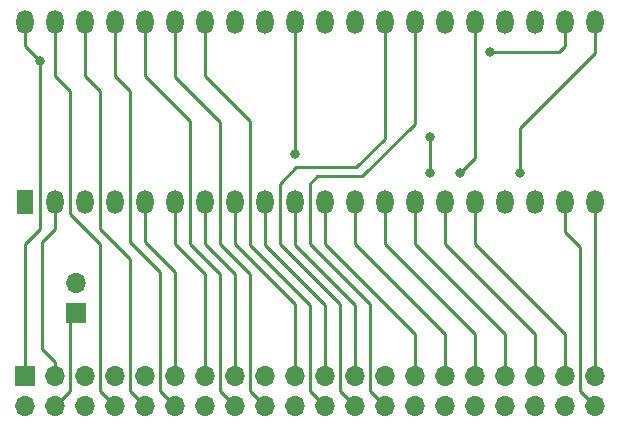
<source format=gbr>
G04 #@! TF.GenerationSoftware,KiCad,Pcbnew,(7.0.0)*
G04 #@! TF.CreationDate,2023-02-17T13:21:23-07:00*
G04 #@! TF.ProjectId,Single Chip,53696e67-6c65-4204-9368-69702e6b6963,rev?*
G04 #@! TF.SameCoordinates,Original*
G04 #@! TF.FileFunction,Copper,L1,Top*
G04 #@! TF.FilePolarity,Positive*
%FSLAX46Y46*%
G04 Gerber Fmt 4.6, Leading zero omitted, Abs format (unit mm)*
G04 Created by KiCad (PCBNEW (7.0.0)) date 2023-02-17 13:21:23*
%MOMM*%
%LPD*%
G01*
G04 APERTURE LIST*
G04 #@! TA.AperFunction,ComponentPad*
%ADD10R,1.440000X2.000000*%
G04 #@! TD*
G04 #@! TA.AperFunction,ComponentPad*
%ADD11O,1.440000X2.000000*%
G04 #@! TD*
G04 #@! TA.AperFunction,ComponentPad*
%ADD12R,1.700000X1.700000*%
G04 #@! TD*
G04 #@! TA.AperFunction,ComponentPad*
%ADD13O,1.700000X1.700000*%
G04 #@! TD*
G04 #@! TA.AperFunction,ViaPad*
%ADD14C,0.800000*%
G04 #@! TD*
G04 #@! TA.AperFunction,Conductor*
%ADD15C,0.250000*%
G04 #@! TD*
G04 APERTURE END LIST*
D10*
X124459999Y-80263999D03*
D11*
X126999999Y-80263999D03*
X129539999Y-80263999D03*
X132079999Y-80263999D03*
X134619999Y-80263999D03*
X137159999Y-80263999D03*
X139699999Y-80263999D03*
X142239999Y-80263999D03*
X144779999Y-80263999D03*
X147319999Y-80263999D03*
X149859999Y-80263999D03*
X152399999Y-80263999D03*
X154939999Y-80263999D03*
X157479999Y-80263999D03*
X160019999Y-80263999D03*
X162559999Y-80263999D03*
X165099999Y-80263999D03*
X167639999Y-80263999D03*
X170179999Y-80263999D03*
X172719999Y-80263999D03*
X172719999Y-65023999D03*
X170179999Y-65023999D03*
X167639999Y-65023999D03*
X165099999Y-65023999D03*
X162559999Y-65023999D03*
X160019999Y-65023999D03*
X157479999Y-65023999D03*
X154939999Y-65023999D03*
X152399999Y-65023999D03*
X149859999Y-65023999D03*
X147319999Y-65023999D03*
X144779999Y-65023999D03*
X142239999Y-65023999D03*
X139699999Y-65023999D03*
X137159999Y-65023999D03*
X134619999Y-65023999D03*
X132079999Y-65023999D03*
X129539999Y-65023999D03*
X126999999Y-65023999D03*
X124459999Y-65023999D03*
D12*
X128777999Y-89661999D03*
D13*
X128777999Y-87121999D03*
D12*
X124459999Y-94995999D03*
D13*
X124459999Y-97535999D03*
X126999999Y-94995999D03*
X126999999Y-97535999D03*
X129539999Y-94995999D03*
X129539999Y-97535999D03*
X132079999Y-94995999D03*
X132079999Y-97535999D03*
X134619999Y-94995999D03*
X134619999Y-97535999D03*
X137159999Y-94995999D03*
X137159999Y-97535999D03*
X139699999Y-94995999D03*
X139699999Y-97535999D03*
X142239999Y-94995999D03*
X142239999Y-97535999D03*
X144779999Y-94995999D03*
X144779999Y-97535999D03*
X147319999Y-94995999D03*
X147319999Y-97535999D03*
X149859999Y-94995999D03*
X149859999Y-97535999D03*
X152399999Y-94995999D03*
X152399999Y-97535999D03*
X154939999Y-94995999D03*
X154939999Y-97535999D03*
X157479999Y-94995999D03*
X157479999Y-97535999D03*
X160019999Y-94995999D03*
X160019999Y-97535999D03*
X162559999Y-94995999D03*
X162559999Y-97535999D03*
X165099999Y-94995999D03*
X165099999Y-97535999D03*
X167639999Y-94995999D03*
X167639999Y-97535999D03*
X170179999Y-94995999D03*
X170179999Y-97535999D03*
X172719999Y-94995999D03*
X172719999Y-97535999D03*
D14*
X147320000Y-76200000D03*
X166370000Y-77851000D03*
X161290000Y-77851000D03*
X125730000Y-68326000D03*
X163830000Y-67564000D03*
X158750000Y-77851000D03*
X158750000Y-74803000D03*
D15*
X128270000Y-96266000D02*
X127000000Y-97536000D01*
X128270000Y-90170000D02*
X128270000Y-96266000D01*
X128778000Y-89662000D02*
X128270000Y-90170000D01*
X147320000Y-76073000D02*
X147320000Y-65024000D01*
X172720000Y-80264000D02*
X172720000Y-94996000D01*
X130810000Y-70866000D02*
X129540000Y-69596000D01*
X134620000Y-97536000D02*
X133350000Y-96266000D01*
X133350000Y-85090000D02*
X130810000Y-82550000D01*
X129540000Y-69596000D02*
X129540000Y-65024000D01*
X133350000Y-96266000D02*
X133350000Y-85090000D01*
X130810000Y-82550000D02*
X130810000Y-70866000D01*
X135890000Y-86233000D02*
X135890000Y-96266000D01*
X132080000Y-69596000D02*
X133350000Y-70866000D01*
X133350000Y-70866000D02*
X133350000Y-83693000D01*
X132080000Y-65024000D02*
X132080000Y-69596000D01*
X133350000Y-83693000D02*
X135890000Y-86233000D01*
X135890000Y-96266000D02*
X137160000Y-97536000D01*
X134620000Y-69596000D02*
X138430000Y-73406000D01*
X134620000Y-65024000D02*
X134620000Y-69596000D01*
X138430000Y-73406000D02*
X138430000Y-83820000D01*
X138430000Y-83820000D02*
X140970000Y-86360000D01*
X140970000Y-96266000D02*
X142240000Y-97536000D01*
X140970000Y-86360000D02*
X140970000Y-96266000D01*
X140970000Y-73533000D02*
X137160000Y-69723000D01*
X143510000Y-86868000D02*
X143510000Y-86360000D01*
X143510000Y-96266000D02*
X143510000Y-86614000D01*
X144780000Y-97536000D02*
X143510000Y-96266000D01*
X143510000Y-86360000D02*
X140970000Y-83820000D01*
X137160000Y-69723000D02*
X137160000Y-65024000D01*
X140970000Y-83820000D02*
X140970000Y-73533000D01*
X154940000Y-74930000D02*
X154940000Y-65024000D01*
X147447000Y-77343000D02*
X152527000Y-77343000D01*
X146050000Y-78740000D02*
X147447000Y-77343000D01*
X151130000Y-96266000D02*
X151130000Y-88900000D01*
X152527000Y-77343000D02*
X154940000Y-74930000D01*
X151130000Y-88900000D02*
X146050000Y-83820000D01*
X146050000Y-83820000D02*
X146050000Y-78740000D01*
X152400000Y-97536000D02*
X151130000Y-96266000D01*
X166370000Y-74041000D02*
X172720000Y-67691000D01*
X166370000Y-77851000D02*
X166370000Y-74041000D01*
X172720000Y-65024000D02*
X172720000Y-67691000D01*
X162560000Y-76581000D02*
X161290000Y-77851000D01*
X162560000Y-65024000D02*
X162560000Y-76581000D01*
X144780000Y-83947000D02*
X144780000Y-80264000D01*
X149860000Y-89027000D02*
X144780000Y-83947000D01*
X149860000Y-94996000D02*
X149860000Y-89027000D01*
X152400000Y-89027000D02*
X147320000Y-83947000D01*
X147320000Y-83947000D02*
X147320000Y-80264000D01*
X152400000Y-94996000D02*
X152400000Y-89027000D01*
X157480000Y-94996000D02*
X157480000Y-91440000D01*
X149860000Y-83820000D02*
X149860000Y-80264000D01*
X157480000Y-91440000D02*
X149860000Y-83820000D01*
X160020000Y-91440000D02*
X152400000Y-83820000D01*
X160020000Y-94996000D02*
X160020000Y-91440000D01*
X152400000Y-83820000D02*
X152400000Y-80264000D01*
X162560000Y-91440000D02*
X154940000Y-83820000D01*
X154940000Y-83820000D02*
X154940000Y-80264000D01*
X162560000Y-94996000D02*
X162560000Y-91440000D01*
X165100000Y-94996000D02*
X165100000Y-91440000D01*
X165100000Y-91440000D02*
X157480000Y-83820000D01*
X157480000Y-83820000D02*
X157480000Y-80264000D01*
X160020000Y-83820000D02*
X160020000Y-80264000D01*
X167640000Y-91440000D02*
X160020000Y-83820000D01*
X167640000Y-94996000D02*
X167640000Y-91440000D01*
X170180000Y-94996000D02*
X170180000Y-91440000D01*
X162560000Y-83820000D02*
X162560000Y-80264000D01*
X170180000Y-91440000D02*
X162560000Y-83820000D01*
X170180000Y-82804000D02*
X170180000Y-80264000D01*
X172720000Y-97536000D02*
X171450000Y-96266000D01*
X171450000Y-84074000D02*
X170180000Y-82804000D01*
X171450000Y-96266000D02*
X171450000Y-84074000D01*
X125730000Y-68326000D02*
X124460000Y-67056000D01*
X125730000Y-82550000D02*
X125730000Y-68326000D01*
X124460000Y-83820000D02*
X125730000Y-82550000D01*
X170180000Y-67056000D02*
X170180000Y-65024000D01*
X163830000Y-67564000D02*
X169672000Y-67564000D01*
X169672000Y-67564000D02*
X170180000Y-67056000D01*
X124460000Y-67056000D02*
X124460000Y-65024000D01*
X124460000Y-94996000D02*
X124460000Y-83820000D01*
X127000000Y-94996000D02*
X127000000Y-93793919D01*
X127000000Y-93793919D02*
X125916081Y-92710000D01*
X125916081Y-92710000D02*
X125916081Y-83633919D01*
X127000000Y-82550000D02*
X127000000Y-80264000D01*
X125916081Y-83633919D02*
X127000000Y-82550000D01*
X134620000Y-83693000D02*
X134620000Y-80264000D01*
X137160000Y-86233000D02*
X134620000Y-83693000D01*
X137160000Y-94996000D02*
X137160000Y-86233000D01*
X139700000Y-86360000D02*
X137160000Y-83820000D01*
X139700000Y-94996000D02*
X139700000Y-86360000D01*
X137160000Y-83820000D02*
X137160000Y-80264000D01*
X142240000Y-86360000D02*
X139700000Y-83820000D01*
X142240000Y-94996000D02*
X142240000Y-86360000D01*
X139700000Y-83820000D02*
X139700000Y-80264000D01*
X142240000Y-83820000D02*
X142240000Y-80264000D01*
X147320000Y-88900000D02*
X142240000Y-83820000D01*
X147320000Y-94996000D02*
X147320000Y-88900000D01*
X143510000Y-73406000D02*
X143510000Y-83947000D01*
X139700000Y-65024000D02*
X139700000Y-69596000D01*
X148590000Y-96266000D02*
X149860000Y-97536000D01*
X139700000Y-69596000D02*
X143510000Y-73406000D01*
X148590000Y-89027000D02*
X148590000Y-96266000D01*
X143510000Y-83947000D02*
X148590000Y-89027000D01*
X127000000Y-69596000D02*
X128270000Y-70866000D01*
X127000000Y-65024000D02*
X127000000Y-69596000D01*
X128270000Y-70866000D02*
X128270000Y-81280000D01*
X130810000Y-83820000D02*
X130810000Y-96266000D01*
X128270000Y-81280000D02*
X130810000Y-83820000D01*
X130810000Y-96266000D02*
X132080000Y-97536000D01*
X158750000Y-74803000D02*
X158750000Y-77851000D01*
X148590000Y-83820000D02*
X153670000Y-88900000D01*
X157480000Y-65024000D02*
X157480000Y-73660000D01*
X153670000Y-88900000D02*
X153670000Y-96266000D01*
X157480000Y-73660000D02*
X153035000Y-78105000D01*
X148590000Y-78740000D02*
X148590000Y-83820000D01*
X149225000Y-78105000D02*
X148590000Y-78740000D01*
X153670000Y-96266000D02*
X154940000Y-97536000D01*
X153035000Y-78105000D02*
X149225000Y-78105000D01*
M02*

</source>
